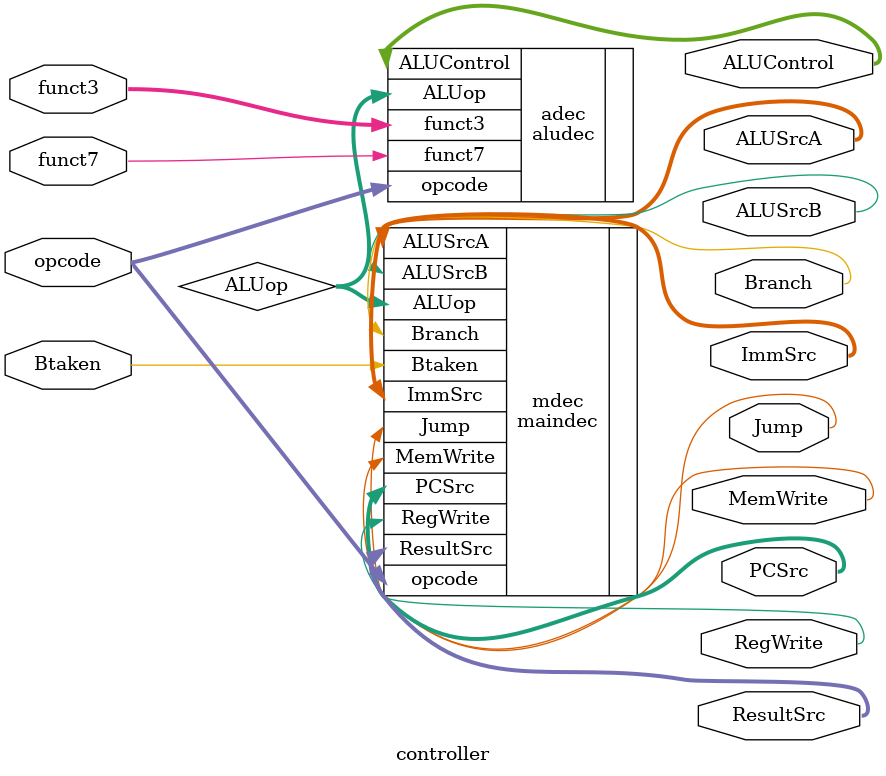
<source format=sv>
module controller(
    opcode,
    funct3,
    funct7,
    Btaken,
	PCSrc,
    Branch,
	ResultSrc,
    MemWrite,
    ALUSrcA,
	ALUSrcB,
    ImmSrc,
    RegWrite,
    ALUControl,
    Jump
);
    // input
    input Btaken;
    input [6:0] opcode;
    input [2:0] funct3;
    input funct7;
    // output
    output [1:0] PCSrc;
    output Branch, MemWrite, ALUSrcB, RegWrite, Jump;
    output [1:0] ResultSrc, ALUSrcA;
	output [2:0] ImmSrc;
    output [4:0] ALUControl;

    wire [1:0] ALUop;

    maindec mdec(
        .Btaken(Btaken),
		.Branch(Branch),
		.opcode(opcode),
        .PCSrc(PCSrc),
        .ResultSrc(ResultSrc),
        .MemWrite(MemWrite),
        .ALUSrcA(ALUSrcA),
		.ALUSrcB(ALUSrcB),
        .ImmSrc(ImmSrc),
        .RegWrite(RegWrite),
        .Jump(Jump),
        .ALUop(ALUop)
    );
    
    aludec adec(
        .opcode(opcode),
        .funct3(funct3),
        .funct7(funct7),
        .ALUop(ALUop),
        .ALUControl(ALUControl)
    );

endmodule

</source>
